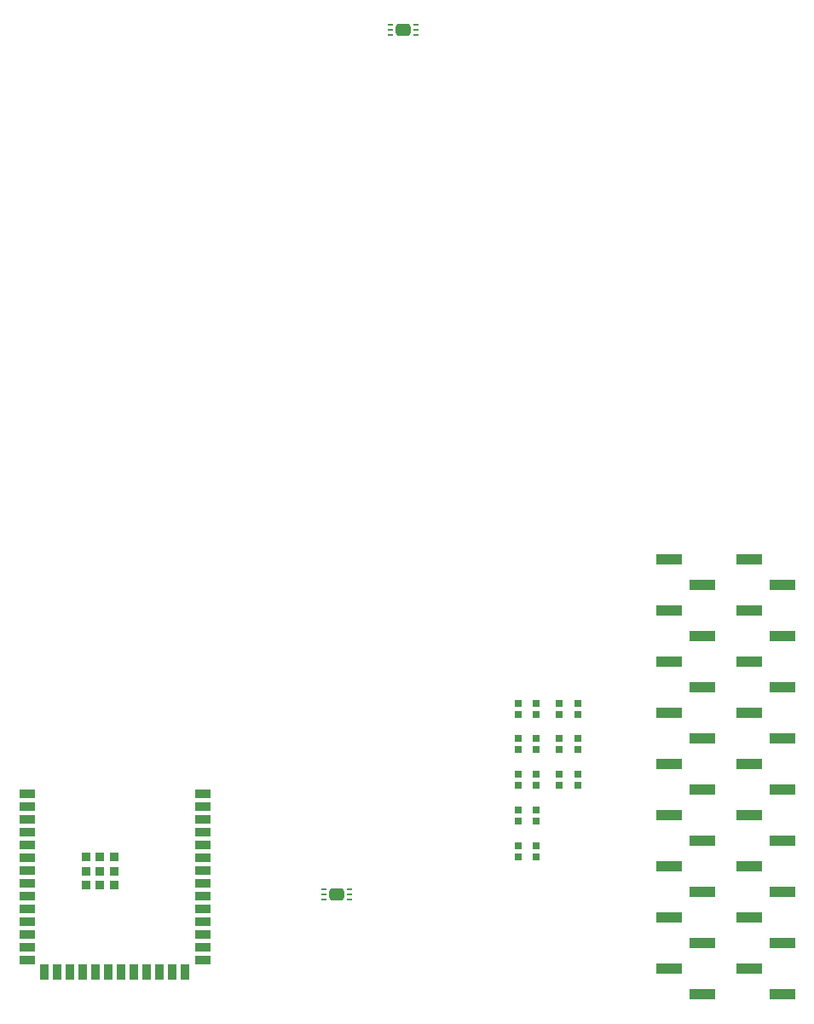
<source format=gbr>
%TF.GenerationSoftware,KiCad,Pcbnew,7.0.10*%
%TF.CreationDate,2024-02-10T11:13:50-05:00*%
%TF.ProjectId,Nixie Clock,4e697869-6520-4436-9c6f-636b2e6b6963,rev?*%
%TF.SameCoordinates,Original*%
%TF.FileFunction,Paste,Top*%
%TF.FilePolarity,Positive*%
%FSLAX46Y46*%
G04 Gerber Fmt 4.6, Leading zero omitted, Abs format (unit mm)*
G04 Created by KiCad (PCBNEW 7.0.10) date 2024-02-10 11:13:50*
%MOMM*%
%LPD*%
G01*
G04 APERTURE LIST*
G04 Aperture macros list*
%AMRoundRect*
0 Rectangle with rounded corners*
0 $1 Rounding radius*
0 $2 $3 $4 $5 $6 $7 $8 $9 X,Y pos of 4 corners*
0 Add a 4 corners polygon primitive as box body*
4,1,4,$2,$3,$4,$5,$6,$7,$8,$9,$2,$3,0*
0 Add four circle primitives for the rounded corners*
1,1,$1+$1,$2,$3*
1,1,$1+$1,$4,$5*
1,1,$1+$1,$6,$7*
1,1,$1+$1,$8,$9*
0 Add four rect primitives between the rounded corners*
20,1,$1+$1,$2,$3,$4,$5,0*
20,1,$1+$1,$4,$5,$6,$7,0*
20,1,$1+$1,$6,$7,$8,$9,0*
20,1,$1+$1,$8,$9,$2,$3,0*%
G04 Aperture macros list end*
%ADD10R,0.700000X0.700000*%
%ADD11R,0.900000X0.900000*%
%ADD12R,1.500000X0.900000*%
%ADD13R,0.900000X1.500000*%
%ADD14RoundRect,0.300000X0.450000X-0.300000X0.450000X0.300000X-0.450000X0.300000X-0.450000X-0.300000X0*%
%ADD15RoundRect,0.055000X0.195000X-0.055000X0.195000X0.055000X-0.195000X0.055000X-0.195000X-0.055000X0*%
%ADD16R,2.510000X1.000000*%
G04 APERTURE END LIST*
D10*
%TO.C,D1*%
X189230000Y-130562000D03*
X189230000Y-131662000D03*
X191060000Y-131662000D03*
X191060000Y-130562000D03*
%TD*%
%TO.C,D3*%
X189230000Y-137662000D03*
X189230000Y-138762000D03*
X191060000Y-138762000D03*
X191060000Y-137662000D03*
%TD*%
%TO.C,D4*%
X189230000Y-141212000D03*
X189230000Y-142312000D03*
X191060000Y-142312000D03*
X191060000Y-141212000D03*
%TD*%
%TO.C,D5*%
X189230000Y-144762000D03*
X189230000Y-145862000D03*
X191060000Y-145862000D03*
X191060000Y-144762000D03*
%TD*%
%TO.C,D6*%
X193320000Y-130562000D03*
X193320000Y-131662000D03*
X195150000Y-131662000D03*
X195150000Y-130562000D03*
%TD*%
%TO.C,D7*%
X193320000Y-134112000D03*
X193320000Y-135212000D03*
X195150000Y-135212000D03*
X195150000Y-134112000D03*
%TD*%
%TO.C,D8*%
X193320000Y-137662000D03*
X193320000Y-138762000D03*
X195150000Y-138762000D03*
X195150000Y-137662000D03*
%TD*%
%TO.C,D2*%
X189230000Y-134112000D03*
X189230000Y-135212000D03*
X191060000Y-135212000D03*
X191060000Y-134112000D03*
%TD*%
D11*
%TO.C,U6*%
X149098000Y-147258000D03*
X146298000Y-145858000D03*
X146298000Y-148658000D03*
X149098000Y-148658000D03*
X149098000Y-145858000D03*
X147698000Y-148658000D03*
X146298000Y-147258000D03*
X147698000Y-147258000D03*
X147698000Y-145858000D03*
D12*
X140448000Y-139538000D03*
X140448000Y-140808000D03*
X140448000Y-142078000D03*
X140448000Y-143348000D03*
X140448000Y-144618000D03*
X140448000Y-145888000D03*
X140448000Y-147158000D03*
X140448000Y-148428000D03*
X140448000Y-149698000D03*
X140448000Y-150968000D03*
X140448000Y-152238000D03*
X140448000Y-153508000D03*
X140448000Y-154778000D03*
X140448000Y-156048000D03*
D13*
X142213000Y-157298000D03*
X143483000Y-157298000D03*
X144753000Y-157298000D03*
X146023000Y-157298000D03*
X147293000Y-157298000D03*
X148563000Y-157298000D03*
X149833000Y-157298000D03*
X151103000Y-157298000D03*
X152373000Y-157298000D03*
X153643000Y-157298000D03*
X154913000Y-157298000D03*
X156183000Y-157298000D03*
D12*
X157948000Y-156048000D03*
X157948000Y-154778000D03*
X157948000Y-153508000D03*
X157948000Y-152238000D03*
X157948000Y-150968000D03*
X157948000Y-149698000D03*
X157948000Y-148428000D03*
X157948000Y-147158000D03*
X157948000Y-145888000D03*
X157948000Y-144618000D03*
X157948000Y-143348000D03*
X157948000Y-142078000D03*
X157948000Y-140808000D03*
X157948000Y-139538000D03*
%TD*%
D14*
%TO.C,PD1*%
X171196000Y-149606000D03*
D15*
X169926000Y-149098000D03*
X169926000Y-149606000D03*
X169926000Y-150114000D03*
X172466000Y-150114000D03*
X172466000Y-149606000D03*
X172466000Y-149098000D03*
%TD*%
D16*
%TO.C,J3*%
X212158000Y-116332000D03*
X215468000Y-118872000D03*
X212158000Y-121412000D03*
X215468000Y-123952000D03*
X212158000Y-126492000D03*
X215468000Y-129032000D03*
X212158000Y-131572000D03*
X215468000Y-134112000D03*
X212158000Y-136652000D03*
X215468000Y-139192000D03*
X212158000Y-141732000D03*
X215468000Y-144272000D03*
X212158000Y-146812000D03*
X215468000Y-149352000D03*
X212158000Y-151892000D03*
X215468000Y-154432000D03*
X212158000Y-156972000D03*
X215468000Y-159512000D03*
%TD*%
D14*
%TO.C,REF\u002A\u002A*%
X177800000Y-63754000D03*
D15*
X176530000Y-63246000D03*
X176530000Y-63754000D03*
X176530000Y-64262000D03*
X179070000Y-64262000D03*
X179070000Y-63754000D03*
X179070000Y-63246000D03*
%TD*%
D16*
%TO.C,J1*%
X204208000Y-116332000D03*
X207518000Y-118872000D03*
X204208000Y-121412000D03*
X207518000Y-123952000D03*
X204208000Y-126492000D03*
X207518000Y-129032000D03*
X204208000Y-131572000D03*
X207518000Y-134112000D03*
X204208000Y-136652000D03*
X207518000Y-139192000D03*
X204208000Y-141732000D03*
X207518000Y-144272000D03*
X204208000Y-146812000D03*
X207518000Y-149352000D03*
X204208000Y-151892000D03*
X207518000Y-154432000D03*
X204208000Y-156972000D03*
X207518000Y-159512000D03*
%TD*%
M02*

</source>
